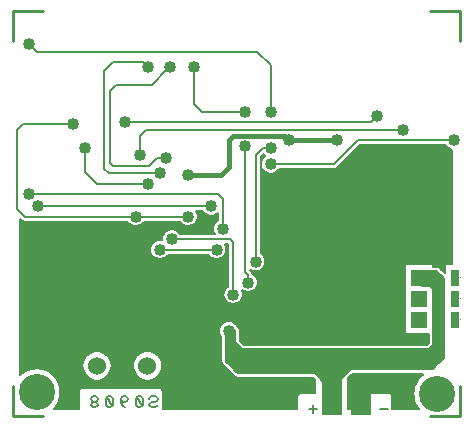
<source format=gbr>
%FSLAX23Y23*%
%MOIN*%
G04 EasyPC Gerber Version 13.0.2 Build 2807 *
%ADD105R,0.00100X0.00100*%
%ADD145R,0.03000X0.05500*%
%ADD104R,0.05500X0.05500*%
%ADD146R,0.07000X0.11000*%
%ADD75C,0.00500*%
%ADD95C,0.00800*%
%ADD92C,0.01000*%
%ADD147C,0.01500*%
%ADD115C,0.04000*%
%ADD110C,0.06000*%
%ADD76C,0.12000*%
X0Y0D02*
D02*
D75*
X17248Y17494D02*
X17260Y17503D01*
X17273Y17510*
X17288Y17515*
X17303Y17516*
X17319Y17514*
X17333Y17510*
X17347Y17502*
X17359Y17493*
X17369Y17481*
X17376Y17467*
X17380Y17453*
X17382Y17437*
X17381Y17422*
X17377Y17407*
X17370Y17394*
X17360Y17381*
X17443*
Y17439*
X17444Y17444*
X17446Y17448*
X17450Y17451*
X17455Y17451*
X17710*
X17715Y17451*
X17719Y17448*
X17722Y17444*
X17723Y17439*
Y17381*
X18172*
Y17422*
X18173Y17426*
X18176Y17430*
X18180Y17433*
X18184Y17434*
X18231*
Y17478*
X18223Y17485*
X17973*
X17967Y17487*
X17962Y17490*
X17922Y17530*
X17919Y17535*
X17918Y17540*
Y17621*
X17914Y17627*
X17911Y17634*
X17910Y17641*
X17912Y17651*
X17916Y17660*
X17922Y17667*
X17930Y17672*
X17940Y17674*
X17949Y17673*
X17958Y17670*
X17966Y17664*
X17972Y17656*
X17976Y17652*
X17979Y17647*
X17980Y17641*
Y17608*
X17993Y17595*
X18604*
X18609Y17600*
Y17630*
X18531*
Y17864*
X18625*
Y17855*
X18635*
X18641Y17854*
X18646Y17851*
X18663Y17834*
Y17864*
X18688*
Y18244*
X18679Y18247*
X18671Y18253*
X18665Y18260*
X18379*
X18304Y18185*
X18299Y18181*
X18293Y18180*
X18111*
X18105Y18173*
X18097Y18167*
X18088Y18164*
X18079Y18164*
X18070Y18167*
X18062Y18172*
X18055Y18179*
X18051Y18187*
X18050Y18196*
X18051Y18205*
X18054Y18212*
X18059Y18219*
X18065Y18224*
X18059Y18229*
X18049Y18220*
Y17899*
X18056Y17894*
X18061Y17888*
X18064Y17880*
X18065Y17871*
X18064Y17862*
X18059Y17853*
X18052Y17845*
X18043Y17841*
X18033Y17839*
X18023Y17840*
X18014Y17845*
Y17843*
X18019Y17838*
X18022Y17834*
X18024Y17830*
X18031Y17824*
X18036Y17818*
X18039Y17810*
X18040Y17801*
X18039Y17792*
X18035Y17784*
X18029Y17777*
X18021Y17772*
X18012Y17769*
X18003Y17769*
X17994Y17772*
X17986Y17777*
X17989Y17770*
X17990Y17761*
X17989Y17752*
X17985Y17744*
X17979Y17737*
X17971Y17732*
X17962Y17729*
X17953*
X17944Y17732*
X17936Y17737*
X17930Y17744*
X17926Y17752*
X17925Y17761*
X17926Y17770*
X17929Y17778*
X17934Y17784*
X17941Y17789*
Y17930*
X17941Y17930*
X17929*
X17934Y17921*
X17935Y17911*
X17934Y17902*
X17930Y17894*
X17924Y17887*
X17916Y17882*
X17907Y17879*
X17897Y17879*
X17888Y17882*
X17881Y17888*
X17875Y17895*
X17741*
X17735Y17888*
X17727Y17882*
X17718Y17879*
X17709Y17879*
X17700Y17882*
X17692Y17887*
X17685Y17894*
X17681Y17902*
X17680Y17911*
X17682Y17921*
X17686Y17930*
X17693Y17937*
X17701Y17942*
X17711Y17944*
X17720Y17943*
X17721Y17953*
X17724Y17962*
X17730Y17970*
X17738Y17975*
X17747Y17979*
X17757Y17979*
X17766Y17976*
X17774Y17971*
X17781Y17963*
X17896*
X17892Y17971*
X17890Y17980*
X17891Y17988*
X17894Y17997*
X17899Y18004*
X17906Y18009*
Y18034*
X17898Y18028*
X17889Y18025*
X17879Y18024*
X17869Y18027*
X17861Y18032*
X17855Y18040*
X17834*
X17839Y18031*
X17840Y18021*
X17839Y18012*
X17835Y18004*
X17829Y17997*
X17821Y17992*
X17812Y17989*
X17802Y17989*
X17793Y17992*
X17786Y17998*
X17780Y18005*
X17661*
X17655Y17997*
X17647Y17992*
X17637Y17989*
X17628*
X17619Y17992*
X17611Y17997*
X17605Y18005*
X17263*
X17256Y18006*
X17251Y18010*
X17248Y18013*
Y17494*
X17454Y17525D02*
X17456Y17536D01*
X17460Y17548*
X17467Y17557*
X17476Y17565*
X17486Y17571*
X17498Y17574*
X17510*
X17521Y17571*
X17532Y17565*
X17541Y17557*
X17548Y17548*
X17552Y17536*
X17553Y17525*
X17552Y17513*
X17548Y17502*
X17541Y17492*
X17532Y17484*
X17521Y17478*
X17510Y17475*
X17498*
X17486Y17478*
X17476Y17484*
X17467Y17492*
X17460Y17502*
X17456Y17513*
X17454Y17525*
X17623D02*
X17624Y17536D01*
X17629Y17548*
X17635Y17557*
X17644Y17565*
X17655Y17571*
X17666Y17574*
X17678*
X17690Y17571*
X17701Y17565*
X17709Y17557*
X17716Y17548*
X17720Y17536*
X17722Y17525*
X17720Y17513*
X17716Y17502*
X17709Y17492*
X17701Y17484*
X17690Y17478*
X17678Y17475*
X17666*
X17655Y17478*
X17644Y17484*
X17635Y17492*
X17629Y17502*
X17624Y17513*
X17623Y17525*
X17361Y17383D02*
X17443D01*
X17723D02*
X18172D01*
X17364Y17386D02*
X17443D01*
X17723D02*
X18172D01*
X17366Y17389D02*
X17443D01*
X17723D02*
X18172D01*
X17368Y17392D02*
X17443D01*
X17723D02*
X18172D01*
X17370Y17395D02*
X17443D01*
X17723D02*
X18172D01*
X17372Y17398D02*
X17443D01*
X17723D02*
X18172D01*
X17374Y17401D02*
X17443D01*
X17723D02*
X18172D01*
X17375Y17404D02*
X17443D01*
X17723D02*
X18172D01*
X17376Y17407D02*
X17443D01*
X17723D02*
X18172D01*
X17378Y17410D02*
X17443D01*
X17723D02*
X18172D01*
X17379Y17413D02*
X17443D01*
X17723D02*
X18172D01*
X17379Y17416D02*
X17443D01*
X17723D02*
X18172D01*
X17380Y17419D02*
X17443D01*
X17723D02*
X18172D01*
X17381Y17422D02*
X17443D01*
X17723D02*
X18172D01*
X17381Y17425D02*
X17443D01*
X17723D02*
X18172D01*
X17382Y17428D02*
X17443D01*
X17723D02*
X18174D01*
X17382Y17431D02*
X17443D01*
X17723D02*
X18176D01*
X17382Y17434D02*
X17443D01*
X17723D02*
X18182D01*
X17382Y17437D02*
X17443D01*
X17723D02*
X18231D01*
X17382Y17440D02*
X17443D01*
X17723D02*
X18231D01*
X17382Y17443D02*
X17443D01*
X17722D02*
X18231D01*
X17382Y17446D02*
X17445D01*
X17721D02*
X18231D01*
X17381Y17449D02*
X17448D01*
X17718D02*
X18231D01*
X17381Y17452D02*
X18231D01*
X17380Y17455D02*
X18231D01*
X17379Y17458D02*
X18231D01*
X17378Y17461D02*
X18231D01*
X17377Y17464D02*
X18231D01*
X17376Y17467D02*
X18231D01*
X17375Y17470D02*
X18231D01*
X17373Y17473D02*
X18231D01*
X17372Y17476D02*
X17495D01*
X17513D02*
X17664D01*
X17681D02*
X18231D01*
X17370Y17479D02*
X17485D01*
X17523D02*
X17653D01*
X17691D02*
X18230D01*
X17368Y17482D02*
X17479D01*
X17529D02*
X17647D01*
X17697D02*
X18227D01*
X17366Y17485D02*
X17474D01*
X17534D02*
X17643D01*
X17702D02*
X18224D01*
X17363Y17488D02*
X17471D01*
X17537D02*
X17639D01*
X17706D02*
X17964D01*
X17361Y17491D02*
X17468D01*
X17540D02*
X17636D01*
X17709D02*
X17961D01*
X17358Y17494D02*
X17465D01*
X17543D02*
X17634D01*
X17711D02*
X17958D01*
X17248Y17497D02*
X17251D01*
X17354D02*
X17463D01*
X17545D02*
X17631D01*
X17713D02*
X17955D01*
X17248Y17500D02*
X17255D01*
X17351D02*
X17461D01*
X17547D02*
X17630D01*
X17715D02*
X17952D01*
X17248Y17503D02*
X17259D01*
X17346D02*
X17459D01*
X17548D02*
X17628D01*
X17717D02*
X17949D01*
X17248Y17506D02*
X17264D01*
X17341D02*
X17458D01*
X17550D02*
X17627D01*
X17718D02*
X17946D01*
X17248Y17509D02*
X17270D01*
X17335D02*
X17457D01*
X17551D02*
X17625D01*
X17719D02*
X17943D01*
X17248Y17512D02*
X17277D01*
X17328D02*
X17456D01*
X17552D02*
X17625D01*
X17720D02*
X17940D01*
X17248Y17515D02*
X17289D01*
X17316D02*
X17455D01*
X17552D02*
X17624D01*
X17721D02*
X17937D01*
X17248Y17518D02*
X17455D01*
X17553D02*
X17623D01*
X17721D02*
X17934D01*
X17248Y17521D02*
X17455D01*
X17553D02*
X17623D01*
X17722D02*
X17931D01*
X17248Y17524D02*
X17454D01*
X17553D02*
X17623D01*
X17722D02*
X17928D01*
X17248Y17527D02*
X17454D01*
X17553D02*
X17623D01*
X17722D02*
X17925D01*
X17248Y17530D02*
X17455D01*
X17553D02*
X17623D01*
X17722D02*
X17922D01*
X17248Y17533D02*
X17455D01*
X17553D02*
X17624D01*
X17721D02*
X17920D01*
X17248Y17536D02*
X17456D01*
X17552D02*
X17624D01*
X17721D02*
X17918D01*
X17248Y17539D02*
X17457D01*
X17551D02*
X17625D01*
X17720D02*
X17918D01*
X17248Y17542D02*
X17458D01*
X17550D02*
X17626D01*
X17719D02*
X17918D01*
X17248Y17545D02*
X17459D01*
X17549D02*
X17627D01*
X17718D02*
X17918D01*
X17248Y17548D02*
X17460D01*
X17548D02*
X17629D01*
X17716D02*
X17918D01*
X17248Y17551D02*
X17462D01*
X17546D02*
X17630D01*
X17714D02*
X17918D01*
X17248Y17554D02*
X17464D01*
X17544D02*
X17633D01*
X17712D02*
X17918D01*
X17248Y17557D02*
X17466D01*
X17541D02*
X17635D01*
X17710D02*
X17918D01*
X17248Y17560D02*
X17469D01*
X17539D02*
X17638D01*
X17707D02*
X17918D01*
X17248Y17563D02*
X17473D01*
X17535D02*
X17641D01*
X17704D02*
X17918D01*
X17248Y17566D02*
X17477D01*
X17531D02*
X17645D01*
X17700D02*
X17918D01*
X17248Y17569D02*
X17482D01*
X17526D02*
X17650D01*
X17694D02*
X17918D01*
X17248Y17572D02*
X17489D01*
X17519D02*
X17658D01*
X17687D02*
X17918D01*
X17248Y17575D02*
X17918D01*
X17248Y17578D02*
X17918D01*
X17248Y17581D02*
X17918D01*
X17248Y17584D02*
X17918D01*
X17248Y17587D02*
X17918D01*
X17248Y17590D02*
X17918D01*
X17248Y17593D02*
X17918D01*
X17248Y17596D02*
X17918D01*
X17992D02*
X18605D01*
X17248Y17599D02*
X17918D01*
X17989D02*
X18608D01*
X17248Y17602D02*
X17918D01*
X17986D02*
X18609D01*
X17248Y17605D02*
X17918D01*
X17983D02*
X18609D01*
X17248Y17608D02*
X17918D01*
X17980D02*
X18609D01*
X17248Y17611D02*
X17918D01*
X17980D02*
X18609D01*
X17248Y17614D02*
X17918D01*
X17980D02*
X18609D01*
X17248Y17617D02*
X17918D01*
X17980D02*
X18609D01*
X17248Y17620D02*
X17918D01*
X17980D02*
X18609D01*
X17248Y17623D02*
X17916D01*
X17980D02*
X18609D01*
X17248Y17626D02*
X17914D01*
X17980D02*
X18609D01*
X17248Y17629D02*
X17913D01*
X17980D02*
X18609D01*
X17248Y17632D02*
X17912D01*
X17980D02*
X18531D01*
X17248Y17635D02*
X17911D01*
X17980D02*
X18531D01*
X17248Y17638D02*
X17910D01*
X17980D02*
X18531D01*
X17248Y17641D02*
X17910D01*
X17980D02*
X18531D01*
X17248Y17644D02*
X17910D01*
X17980D02*
X18531D01*
X17248Y17647D02*
X17911D01*
X17979D02*
X18531D01*
X17248Y17650D02*
X17911D01*
X17978D02*
X18531D01*
X17248Y17653D02*
X17912D01*
X17975D02*
X18531D01*
X17248Y17656D02*
X17913D01*
X17972D02*
X18531D01*
X17248Y17659D02*
X17915D01*
X17970D02*
X18531D01*
X17248Y17662D02*
X17917D01*
X17968D02*
X18531D01*
X17248Y17665D02*
X17920D01*
X17965D02*
X18531D01*
X17248Y17668D02*
X17924D01*
X17962D02*
X18531D01*
X17248Y17671D02*
X17929D01*
X17956D02*
X18531D01*
X17248Y17674D02*
X17940D01*
X17945D02*
X18531D01*
X17248Y17677D02*
X18531D01*
X17248Y17680D02*
X18531D01*
X17248Y17683D02*
X18531D01*
X17248Y17686D02*
X18531D01*
X17248Y17689D02*
X18531D01*
X17248Y17692D02*
X18531D01*
X17248Y17695D02*
X18531D01*
X17248Y17698D02*
X18531D01*
X17248Y17701D02*
X18531D01*
X17248Y17704D02*
X18531D01*
X17248Y17707D02*
X18531D01*
X17248Y17710D02*
X18531D01*
X17248Y17713D02*
X18531D01*
X17248Y17716D02*
X18531D01*
X17248Y17719D02*
X18531D01*
X17248Y17722D02*
X18531D01*
X17248Y17725D02*
X18531D01*
X17248Y17728D02*
X18531D01*
X17248Y17731D02*
X17947D01*
X17969D02*
X18531D01*
X17248Y17734D02*
X17940D01*
X17975D02*
X18531D01*
X17248Y17737D02*
X17936D01*
X17979D02*
X18531D01*
X17248Y17740D02*
X17933D01*
X17982D02*
X18531D01*
X17248Y17743D02*
X17931D01*
X17984D02*
X18531D01*
X17248Y17746D02*
X17929D01*
X17986D02*
X18531D01*
X17248Y17749D02*
X17928D01*
X17988D02*
X18531D01*
X17248Y17752D02*
X17927D01*
X17989D02*
X18531D01*
X17248Y17755D02*
X17926D01*
X17989D02*
X18531D01*
X17248Y17758D02*
X17925D01*
X17990D02*
X18531D01*
X17248Y17761D02*
X17925D01*
X17990D02*
X18531D01*
X17248Y17764D02*
X17925D01*
X17990D02*
X18531D01*
X17248Y17767D02*
X17926D01*
X17990D02*
X18531D01*
X17248Y17770D02*
X17926D01*
X17989D02*
X18000D01*
X18015D02*
X18531D01*
X17248Y17773D02*
X17927D01*
X17988D02*
X17992D01*
X18023D02*
X18531D01*
X17248Y17776D02*
X17928D01*
X17987D02*
X17988D01*
X18028D02*
X18531D01*
X17248Y17779D02*
X17930D01*
X18031D02*
X18531D01*
X17248Y17782D02*
X17932D01*
X18034D02*
X18531D01*
X17248Y17785D02*
X17935D01*
X18036D02*
X18531D01*
X17248Y17788D02*
X17939D01*
X18037D02*
X18531D01*
X17248Y17791D02*
X17941D01*
X18038D02*
X18531D01*
X17248Y17794D02*
X17941D01*
X18039D02*
X18531D01*
X17248Y17797D02*
X17941D01*
X18040D02*
X18531D01*
X17248Y17800D02*
X17941D01*
X18040D02*
X18531D01*
X17248Y17803D02*
X17941D01*
X18040D02*
X18531D01*
X17248Y17806D02*
X17941D01*
X18040D02*
X18531D01*
X17248Y17809D02*
X17941D01*
X18039D02*
X18531D01*
X17248Y17812D02*
X17941D01*
X18038D02*
X18531D01*
X17248Y17815D02*
X17941D01*
X18037D02*
X18531D01*
X17248Y17818D02*
X17941D01*
X18036D02*
X18531D01*
X17248Y17821D02*
X17941D01*
X18034D02*
X18531D01*
X17248Y17824D02*
X17941D01*
X18031D02*
X18531D01*
X17248Y17827D02*
X17941D01*
X18028D02*
X18531D01*
X17248Y17830D02*
X17941D01*
X18024D02*
X18531D01*
X17248Y17833D02*
X17941D01*
X18023D02*
X18531D01*
X17248Y17836D02*
X17941D01*
X18021D02*
X18531D01*
X18661D02*
X18663D01*
X17248Y17839D02*
X17941D01*
X18019D02*
X18531D01*
X18658D02*
X18663D01*
X17248Y17842D02*
X17941D01*
X18016D02*
X18019D01*
X18046D02*
X18531D01*
X18655D02*
X18663D01*
X17248Y17845D02*
X17941D01*
X18051D02*
X18531D01*
X18652D02*
X18663D01*
X17248Y17848D02*
X17941D01*
X18055D02*
X18531D01*
X18649D02*
X18663D01*
X17248Y17851D02*
X17941D01*
X18058D02*
X18531D01*
X18646D02*
X18663D01*
X17248Y17854D02*
X17941D01*
X18060D02*
X18531D01*
X18641D02*
X18663D01*
X17248Y17857D02*
X17941D01*
X18062D02*
X18531D01*
X18625D02*
X18663D01*
X17248Y17860D02*
X17941D01*
X18063D02*
X18531D01*
X18625D02*
X18663D01*
X17248Y17863D02*
X17941D01*
X18064D02*
X18531D01*
X18625D02*
X18663D01*
X17248Y17866D02*
X17941D01*
X18065D02*
X18688D01*
X17248Y17869D02*
X17941D01*
X18065D02*
X18688D01*
X17248Y17872D02*
X17941D01*
X18065D02*
X18688D01*
X17248Y17875D02*
X17941D01*
X18065D02*
X18688D01*
X17248Y17878D02*
X17941D01*
X18064D02*
X18688D01*
X17248Y17881D02*
X17702D01*
X17724D02*
X17892D01*
X17914D02*
X17941D01*
X18064D02*
X18688D01*
X17248Y17884D02*
X17695D01*
X17730D02*
X17885D01*
X17920D02*
X17941D01*
X18063D02*
X18688D01*
X17248Y17887D02*
X17691D01*
X17734D02*
X17881D01*
X17924D02*
X17941D01*
X18061D02*
X18688D01*
X17248Y17890D02*
X17688D01*
X17737D02*
X17878D01*
X17927D02*
X17941D01*
X18059D02*
X18688D01*
X17248Y17893D02*
X17686D01*
X17739D02*
X17876D01*
X17929D02*
X17941D01*
X18057D02*
X18688D01*
X17248Y17896D02*
X17684D01*
X17931D02*
X17941D01*
X18054D02*
X18688D01*
X17248Y17899D02*
X17683D01*
X17933D02*
X17941D01*
X18050D02*
X18688D01*
X17248Y17902D02*
X17682D01*
X17934D02*
X17941D01*
X18049D02*
X18688D01*
X17248Y17905D02*
X17681D01*
X17934D02*
X17941D01*
X18049D02*
X18688D01*
X17248Y17908D02*
X17680D01*
X17935D02*
X17941D01*
X18049D02*
X18688D01*
X17248Y17911D02*
X17680D01*
X17935D02*
X17941D01*
X18049D02*
X18688D01*
X17248Y17914D02*
X17680D01*
X17935D02*
X17941D01*
X18049D02*
X18688D01*
X17248Y17917D02*
X17681D01*
X17935D02*
X17941D01*
X18049D02*
X18688D01*
X17248Y17920D02*
X17681D01*
X17934D02*
X17941D01*
X18049D02*
X18688D01*
X17248Y17923D02*
X17682D01*
X17933D02*
X17941D01*
X18049D02*
X18688D01*
X17248Y17926D02*
X17683D01*
X17932D02*
X17941D01*
X18049D02*
X18688D01*
X17248Y17929D02*
X17685D01*
X17930D02*
X17941D01*
X18049D02*
X18688D01*
X17248Y17932D02*
X17687D01*
X18049D02*
X18688D01*
X17248Y17935D02*
X17690D01*
X18049D02*
X18688D01*
X17248Y17938D02*
X17694D01*
X18049D02*
X18688D01*
X17248Y17941D02*
X17699D01*
X18049D02*
X18688D01*
X17248Y17944D02*
X17710D01*
X17715D02*
X17720D01*
X18049D02*
X18688D01*
X17248Y17947D02*
X17720D01*
X18049D02*
X18688D01*
X17248Y17950D02*
X17720D01*
X18049D02*
X18688D01*
X17248Y17953D02*
X17721D01*
X18049D02*
X18688D01*
X17248Y17956D02*
X17722D01*
X18049D02*
X18688D01*
X17248Y17959D02*
X17723D01*
X18049D02*
X18688D01*
X17248Y17962D02*
X17724D01*
X18049D02*
X18688D01*
X17248Y17965D02*
X17726D01*
X17779D02*
X17895D01*
X18049D02*
X18688D01*
X17248Y17968D02*
X17728D01*
X17777D02*
X17893D01*
X18049D02*
X18688D01*
X17248Y17971D02*
X17731D01*
X17774D02*
X17892D01*
X18049D02*
X18688D01*
X17248Y17974D02*
X17735D01*
X17770D02*
X17891D01*
X18049D02*
X18688D01*
X17248Y17977D02*
X17741D01*
X17764D02*
X17890D01*
X18049D02*
X18688D01*
X17248Y17980D02*
X17890D01*
X18049D02*
X18688D01*
X17248Y17983D02*
X17890D01*
X18049D02*
X18688D01*
X17248Y17986D02*
X17890D01*
X18049D02*
X18688D01*
X17248Y17989D02*
X17891D01*
X18049D02*
X18688D01*
X17248Y17992D02*
X17619D01*
X17646D02*
X17794D01*
X17821D02*
X17892D01*
X18049D02*
X18688D01*
X17248Y17995D02*
X17614D01*
X17651D02*
X17789D01*
X17826D02*
X17893D01*
X18049D02*
X18688D01*
X17248Y17998D02*
X17610D01*
X17655D02*
X17785D01*
X17830D02*
X17895D01*
X18049D02*
X18688D01*
X17248Y18001D02*
X17607D01*
X17658D02*
X17782D01*
X17833D02*
X17897D01*
X18049D02*
X18688D01*
X17248Y18004D02*
X17605D01*
X17660D02*
X17780D01*
X17835D02*
X17899D01*
X18049D02*
X18688D01*
X17248Y18007D02*
X17255D01*
X17837D02*
X17902D01*
X18049D02*
X18688D01*
X17248Y18010D02*
X17251D01*
X17838D02*
X17906D01*
X18049D02*
X18688D01*
X17248Y18013D02*
X17248D01*
X17839D02*
X17906D01*
X18049D02*
X18688D01*
X17840Y18016D02*
X17906D01*
X18049D02*
X18688D01*
X17840Y18019D02*
X17906D01*
X18049D02*
X18688D01*
X17840Y18022D02*
X17906D01*
X18049D02*
X18688D01*
X17840Y18025D02*
X17875D01*
X17890D02*
X17906D01*
X18049D02*
X18688D01*
X17839Y18028D02*
X17867D01*
X17898D02*
X17906D01*
X18049D02*
X18688D01*
X17839Y18031D02*
X17863D01*
X17903D02*
X17906D01*
X18049D02*
X18688D01*
X17838Y18034D02*
X17859D01*
X17906D02*
X17906D01*
X18049D02*
X18688D01*
X17836Y18037D02*
X17857D01*
X18049D02*
X18688D01*
X17834Y18040D02*
X17855D01*
X18049D02*
X18688D01*
X18049Y18043D02*
X18688D01*
X18049Y18046D02*
X18688D01*
X18049Y18049D02*
X18688D01*
X18049Y18052D02*
X18688D01*
X18049Y18055D02*
X18688D01*
X18049Y18058D02*
X18688D01*
X18049Y18061D02*
X18688D01*
X18049Y18064D02*
X18688D01*
X18049Y18067D02*
X18688D01*
X18049Y18070D02*
X18688D01*
X18049Y18073D02*
X18688D01*
X18049Y18076D02*
X18688D01*
X18049Y18079D02*
X18688D01*
X18049Y18082D02*
X18688D01*
X18049Y18085D02*
X18688D01*
X18049Y18088D02*
X18688D01*
X18049Y18091D02*
X18688D01*
X18049Y18094D02*
X18688D01*
X18049Y18097D02*
X18688D01*
X18049Y18100D02*
X18688D01*
X18049Y18103D02*
X18688D01*
X18049Y18106D02*
X18688D01*
X18049Y18109D02*
X18688D01*
X18049Y18112D02*
X18688D01*
X18049Y18115D02*
X18688D01*
X18049Y18118D02*
X18688D01*
X18049Y18121D02*
X18688D01*
X18049Y18124D02*
X18688D01*
X18049Y18127D02*
X18688D01*
X18049Y18130D02*
X18688D01*
X18049Y18133D02*
X18688D01*
X18049Y18136D02*
X18688D01*
X18049Y18139D02*
X18688D01*
X18049Y18142D02*
X18688D01*
X18049Y18145D02*
X18688D01*
X18049Y18148D02*
X18688D01*
X18049Y18151D02*
X18688D01*
X18049Y18154D02*
X18688D01*
X18049Y18157D02*
X18688D01*
X18049Y18160D02*
X18688D01*
X18049Y18163D02*
X18688D01*
X18049Y18166D02*
X18072D01*
X18094D02*
X18688D01*
X18049Y18169D02*
X18065D01*
X18100D02*
X18688D01*
X18049Y18172D02*
X18061D01*
X18104D02*
X18688D01*
X18049Y18175D02*
X18058D01*
X18107D02*
X18688D01*
X18049Y18178D02*
X18056D01*
X18109D02*
X18688D01*
X18049Y18181D02*
X18054D01*
X18298D02*
X18688D01*
X18049Y18184D02*
X18053D01*
X18303D02*
X18688D01*
X18049Y18187D02*
X18052D01*
X18306D02*
X18688D01*
X18049Y18190D02*
X18051D01*
X18309D02*
X18688D01*
X18049Y18193D02*
X18050D01*
X18312D02*
X18688D01*
X18049Y18196D02*
X18050D01*
X18315D02*
X18688D01*
X18049Y18199D02*
X18050D01*
X18318D02*
X18688D01*
X18049Y18202D02*
X18051D01*
X18321D02*
X18688D01*
X18049Y18205D02*
X18051D01*
X18324D02*
X18688D01*
X18049Y18208D02*
X18052D01*
X18327D02*
X18688D01*
X18049Y18211D02*
X18053D01*
X18330D02*
X18688D01*
X18049Y18214D02*
X18055D01*
X18333D02*
X18688D01*
X18049Y18217D02*
X18057D01*
X18336D02*
X18688D01*
X18049Y18220D02*
X18060D01*
X18339D02*
X18688D01*
X18052Y18223D02*
X18064D01*
X18342D02*
X18688D01*
X18055Y18226D02*
X18063D01*
X18345D02*
X18688D01*
X18058Y18229D02*
X18059D01*
X18348D02*
X18688D01*
X18351Y18232D02*
X18688D01*
X18354Y18235D02*
X18688D01*
X18357Y18238D02*
X18688D01*
X18360Y18241D02*
X18688D01*
X18363Y18244D02*
X18688D01*
X18366Y18247D02*
X18679D01*
X18369Y18250D02*
X18674D01*
X18372Y18253D02*
X18670D01*
X18375Y18256D02*
X18667D01*
X18378Y18259D02*
X18665D01*
X17708Y17395D02*
X17705Y17389D01*
X17698Y17386*
X17686*
X17680Y17389*
X17676Y17395*
X17680Y17401*
X17686Y17405*
X17698*
X17705Y17408*
X17708Y17414*
X17705Y17420*
X17698Y17423*
X17686*
X17680Y17420*
X17676Y17414*
X17655Y17389D02*
X17648Y17386D01*
X17642*
X17636Y17389*
X17633Y17395*
Y17414*
X17636Y17420*
X17642Y17423*
X17648*
X17655Y17420*
X17658Y17414*
Y17395*
X17655Y17389*
X17636Y17420*
X17598Y17386D02*
X17592Y17389D01*
X17586Y17395*
X17583Y17405*
Y17414*
X17586Y17420*
X17592Y17423*
X17598*
X17605Y17420*
X17608Y17414*
X17605Y17408*
X17598Y17405*
X17592*
X17586Y17408*
X17583Y17414*
X17555Y17389D02*
X17548Y17386D01*
X17542*
X17536Y17389*
X17533Y17395*
Y17414*
X17536Y17420*
X17542Y17423*
X17548*
X17555Y17420*
X17558Y17414*
Y17395*
X17555Y17389*
X17536Y17420*
X17498Y17405D02*
X17492D01*
X17486Y17408*
X17483Y17414*
X17486Y17420*
X17492Y17423*
X17498*
X17505Y17420*
X17508Y17414*
X17505Y17408*
X17498Y17405*
X17505Y17401*
X17508Y17395*
X17505Y17389*
X17498Y17386*
X17492*
X17486Y17389*
X17483Y17395*
X17486Y17401*
X17492Y17405*
X17933Y17646D02*
Y17540D01*
X17973Y17500*
X18230*
X18256Y17474*
Y17423*
X18268Y17411*
X18308*
X18316Y17418*
Y17479*
X18348Y17512*
X18620*
X18659Y17550*
Y17816*
X18635Y17840*
X18580*
X18574Y17834*
Y17802*
X18587Y17790*
X18615*
X18624Y17781*
Y17594*
X18610Y17580*
X17986*
X17965Y17602*
Y17641*
X17960Y17646*
X17933*
X18266Y17412D02*
X18310D01*
X18263Y17415D02*
X18313D01*
X18260Y17418D02*
X18316D01*
X18257Y17421D02*
X18316D01*
X18256Y17424D02*
X18316D01*
X18256Y17427D02*
X18316D01*
X18256Y17430D02*
X18316D01*
X18256Y17433D02*
X18316D01*
X18256Y17436D02*
X18316D01*
X18256Y17439D02*
X18316D01*
X18256Y17442D02*
X18316D01*
X18256Y17445D02*
X18316D01*
X18256Y17448D02*
X18316D01*
X18256Y17451D02*
X18316D01*
X18256Y17454D02*
X18316D01*
X18256Y17457D02*
X18316D01*
X18256Y17460D02*
X18316D01*
X18256Y17463D02*
X18316D01*
X18256Y17466D02*
X18316D01*
X18256Y17469D02*
X18316D01*
X18256Y17472D02*
X18316D01*
X18255Y17475D02*
X18316D01*
X18252Y17478D02*
X18316D01*
X18249Y17481D02*
X18318D01*
X18246Y17484D02*
X18321D01*
X18243Y17487D02*
X18324D01*
X18240Y17490D02*
X18327D01*
X18237Y17493D02*
X18330D01*
X18234Y17496D02*
X18333D01*
X18231Y17499D02*
X18336D01*
X17971Y17502D02*
X18339D01*
X17968Y17505D02*
X18342D01*
X17965Y17508D02*
X18345D01*
X17962Y17511D02*
X18348D01*
X17959Y17514D02*
X18623D01*
X17956Y17517D02*
X18626D01*
X17953Y17520D02*
X18629D01*
X17950Y17523D02*
X18632D01*
X17947Y17526D02*
X18635D01*
X17944Y17529D02*
X18638D01*
X17941Y17532D02*
X18641D01*
X17938Y17535D02*
X18644D01*
X17935Y17538D02*
X18647D01*
X17933Y17541D02*
X18650D01*
X17933Y17544D02*
X18653D01*
X17933Y17547D02*
X18656D01*
X17933Y17550D02*
X18659D01*
X17933Y17553D02*
X18659D01*
X17933Y17556D02*
X18659D01*
X17933Y17559D02*
X18659D01*
X17933Y17562D02*
X18659D01*
X17933Y17565D02*
X18659D01*
X17933Y17568D02*
X18659D01*
X17933Y17571D02*
X18659D01*
X17933Y17574D02*
X18659D01*
X17933Y17577D02*
X18659D01*
X17933Y17580D02*
X17986D01*
X18610D02*
X18659D01*
X17933Y17583D02*
X17983D01*
X18613D02*
X18659D01*
X17933Y17586D02*
X17980D01*
X18616D02*
X18659D01*
X17933Y17589D02*
X17977D01*
X18619D02*
X18659D01*
X17933Y17592D02*
X17974D01*
X18622D02*
X18659D01*
X17933Y17595D02*
X17971D01*
X18624D02*
X18659D01*
X17933Y17598D02*
X17968D01*
X18624D02*
X18659D01*
X17933Y17601D02*
X17965D01*
X18624D02*
X18659D01*
X17933Y17604D02*
X17965D01*
X18624D02*
X18659D01*
X17933Y17607D02*
X17965D01*
X18624D02*
X18659D01*
X17933Y17610D02*
X17965D01*
X18624D02*
X18659D01*
X17933Y17613D02*
X17965D01*
X18624D02*
X18659D01*
X17933Y17616D02*
X17965D01*
X18624D02*
X18659D01*
X17933Y17619D02*
X17965D01*
X18624D02*
X18659D01*
X17933Y17622D02*
X17965D01*
X18624D02*
X18659D01*
X17933Y17625D02*
X17965D01*
X18624D02*
X18659D01*
X17933Y17628D02*
X17965D01*
X18624D02*
X18659D01*
X17933Y17631D02*
X17965D01*
X18624D02*
X18659D01*
X17933Y17634D02*
X17965D01*
X18624D02*
X18659D01*
X17933Y17637D02*
X17965D01*
X18624D02*
X18659D01*
X17933Y17640D02*
X17965D01*
X18624D02*
X18659D01*
X17933Y17643D02*
X17963D01*
X18624D02*
X18659D01*
X18624Y17646D02*
X18659D01*
X18624Y17649D02*
X18659D01*
X18624Y17652D02*
X18659D01*
X18624Y17655D02*
X18659D01*
X18624Y17658D02*
X18659D01*
X18624Y17661D02*
X18659D01*
X18624Y17664D02*
X18659D01*
X18624Y17667D02*
X18659D01*
X18624Y17670D02*
X18659D01*
X18624Y17673D02*
X18659D01*
X18624Y17676D02*
X18659D01*
X18624Y17679D02*
X18659D01*
X18624Y17682D02*
X18659D01*
X18624Y17685D02*
X18659D01*
X18624Y17688D02*
X18659D01*
X18624Y17691D02*
X18659D01*
X18624Y17694D02*
X18659D01*
X18624Y17697D02*
X18659D01*
X18624Y17700D02*
X18659D01*
X18624Y17703D02*
X18659D01*
X18624Y17706D02*
X18659D01*
X18624Y17709D02*
X18659D01*
X18624Y17712D02*
X18659D01*
X18624Y17715D02*
X18659D01*
X18624Y17718D02*
X18659D01*
X18624Y17721D02*
X18659D01*
X18624Y17724D02*
X18659D01*
X18624Y17727D02*
X18659D01*
X18624Y17730D02*
X18659D01*
X18624Y17733D02*
X18659D01*
X18624Y17736D02*
X18659D01*
X18624Y17739D02*
X18659D01*
X18624Y17742D02*
X18659D01*
X18624Y17745D02*
X18659D01*
X18624Y17748D02*
X18659D01*
X18624Y17751D02*
X18659D01*
X18624Y17754D02*
X18659D01*
X18624Y17757D02*
X18659D01*
X18624Y17760D02*
X18659D01*
X18624Y17763D02*
X18659D01*
X18624Y17766D02*
X18659D01*
X18624Y17769D02*
X18659D01*
X18624Y17772D02*
X18659D01*
X18624Y17775D02*
X18659D01*
X18624Y17778D02*
X18659D01*
X18624Y17781D02*
X18659D01*
X18621Y17784D02*
X18659D01*
X18618Y17787D02*
X18659D01*
X18586Y17790D02*
X18659D01*
X18583Y17793D02*
X18659D01*
X18580Y17796D02*
X18659D01*
X18577Y17799D02*
X18659D01*
X18574Y17802D02*
X18659D01*
X18574Y17805D02*
X18659D01*
X18574Y17808D02*
X18659D01*
X18574Y17811D02*
X18659D01*
X18574Y17814D02*
X18659D01*
X18574Y17817D02*
X18658D01*
X18574Y17820D02*
X18655D01*
X18574Y17823D02*
X18652D01*
X18574Y17826D02*
X18649D01*
X18574Y17829D02*
X18646D01*
X18574Y17832D02*
X18643D01*
X18576Y17835D02*
X18640D01*
X18579Y17838D02*
X18637D01*
X18237Y17381D02*
X18212D01*
X18224Y17368D02*
Y17393D01*
X18340Y17381D02*
X18408D01*
Y17422*
X18409Y17426*
X18411Y17430*
X18416Y17433*
X18420Y17434*
X18475*
X18480Y17433*
X18484Y17430*
X18487Y17426*
X18488Y17422*
Y17381*
X18576*
X18568Y17394*
X18562Y17407*
X18559Y17421*
X18558Y17435*
X18560Y17450*
X18565Y17463*
X18572Y17476*
X18581Y17487*
X18592Y17497*
X18354*
X18340Y17482*
Y17381*
X18408*
X18488D02*
X18576D01*
X18340Y17384D02*
X18408D01*
X18488D02*
X18574D01*
X18340Y17387D02*
X18408D01*
X18488D02*
X18571D01*
X18340Y17390D02*
X18408D01*
X18488D02*
X18570D01*
X18340Y17393D02*
X18408D01*
X18488D02*
X18568D01*
X18340Y17396D02*
X18408D01*
X18488D02*
X18566D01*
X18340Y17399D02*
X18408D01*
X18488D02*
X18565D01*
X18340Y17402D02*
X18408D01*
X18488D02*
X18564D01*
X18340Y17405D02*
X18408D01*
X18488D02*
X18563D01*
X18340Y17408D02*
X18408D01*
X18488D02*
X18562D01*
X18340Y17411D02*
X18408D01*
X18488D02*
X18561D01*
X18340Y17414D02*
X18408D01*
X18488D02*
X18560D01*
X18340Y17417D02*
X18408D01*
X18488D02*
X18559D01*
X18340Y17420D02*
X18408D01*
X18488D02*
X18559D01*
X18340Y17423D02*
X18408D01*
X18488D02*
X18559D01*
X18340Y17426D02*
X18409D01*
X18487D02*
X18558D01*
X18340Y17429D02*
X18411D01*
X18485D02*
X18558D01*
X18340Y17432D02*
X18414D01*
X18482D02*
X18558D01*
X18340Y17435D02*
X18558D01*
X18340Y17438D02*
X18558D01*
X18340Y17441D02*
X18559D01*
X18340Y17444D02*
X18559D01*
X18340Y17447D02*
X18560D01*
X18340Y17450D02*
X18560D01*
X18340Y17453D02*
X18561D01*
X18340Y17456D02*
X18562D01*
X18340Y17459D02*
X18563D01*
X18340Y17462D02*
X18564D01*
X18340Y17465D02*
X18566D01*
X18340Y17468D02*
X18567D01*
X18340Y17471D02*
X18569D01*
X18340Y17474D02*
X18571D01*
X18340Y17477D02*
X18573D01*
X18340Y17480D02*
X18575D01*
X18341Y17483D02*
X18577D01*
X18344Y17486D02*
X18580D01*
X18347Y17489D02*
X18583D01*
X18350Y17492D02*
X18587D01*
X18353Y17495D02*
X18590D01*
X18473Y17381D02*
X18448D01*
D02*
D76*
X17303Y17436D03*
X18638Y17431D03*
D02*
D92*
X17223Y18606D02*
Y18706D01*
X17323Y18706*
Y17356D02*
X17223D01*
X17223Y17456*
X18613Y18706D02*
X18713D01*
X18713Y18606*
Y17456D02*
Y17356D01*
X18613Y17356*
D02*
D95*
X17322Y18056D02*
X17869D01*
X17612Y18336D02*
X18418D01*
X18428Y18347*
X17619Y18021D02*
X17263D01*
X17238Y18046*
Y18311*
X17258Y18331*
X17409*
X17659Y18131D02*
X17503D01*
X17463Y18171*
Y18237*
X17699Y18166D02*
X17543D01*
X17528Y18181*
Y18506*
X17558Y18536*
X17658*
X17663Y18531*
X17719Y18216D02*
X17703D01*
X17678Y18191*
X17558*
X17548Y18201*
Y18441*
X17568Y18461*
X17688*
X17738Y18512*
X17794Y18021D02*
X17647D01*
X17889Y17911D02*
X17727D01*
X17923Y17995D02*
Y18081D01*
X17908Y18096*
X17292*
X17958Y17775D02*
Y17936D01*
X17948Y17946*
X17767*
X17984Y18371D02*
X17853D01*
X17828Y18396*
Y18507*
X18008Y17815D02*
Y17826D01*
X17998Y17836*
Y18242*
X18033Y17885D02*
Y18226D01*
X18058Y18251*
X18069*
X18083Y18385D02*
Y18526D01*
X18038Y18571*
X17303*
X17288Y18587*
X18283Y17500D02*
Y17546D01*
X18598*
X18633Y17581*
Y17801*
X18618Y17816*
X18598*
X18597Y17816*
X18283Y17500D02*
Y17546D01*
X17963*
X17943Y17566*
Y17627*
X18286Y17415D02*
Y17473D01*
X18384Y17451D02*
X18385Y17415D01*
X18455Y18212D02*
Y18125D01*
X18509Y18311D02*
X17668D01*
X17648Y18291*
Y18240*
X18679Y18276D02*
X18373D01*
X18293Y18196*
X18097*
D02*
D104*
X18578Y17677D03*
Y17747D03*
Y17817D03*
D02*
D105*
X18718Y17677D03*
Y17747D03*
Y17817D03*
D02*
D110*
X17504Y17525D03*
X17672D03*
D02*
D115*
X17278Y18096D03*
Y18596D03*
X17308Y18056D03*
X17423Y18331D03*
X17463Y18251D03*
X17598Y18336D03*
X17633Y18021D03*
X17648Y18226D03*
X17673Y18131D03*
Y18521D03*
X17713Y17911D03*
Y18166D03*
X17733Y18216D03*
X17748Y18521D03*
X17753Y17946D03*
X17808Y18021D03*
Y18161D03*
X17828Y18521D03*
X17883Y18056D03*
X17903Y17911D03*
X17923Y17981D03*
X17943Y17641D03*
X17958Y17761D03*
X17998Y18256D03*
Y18371D03*
X18008Y17801D03*
X18033Y17871D03*
X18083Y18196D03*
Y18251D03*
Y18371D03*
X18143Y18276D03*
X18283Y17486D03*
X18303Y18276D03*
X18384Y17465D03*
X18438Y18356D03*
X18453Y18111D03*
X18455Y18226D03*
X18523Y18311D03*
X18693Y18276D03*
D02*
D145*
X18697Y17817D03*
X18698Y17676D03*
X18698Y17747D03*
D02*
D146*
X18286Y17415D03*
X18385D03*
D02*
D147*
X17825Y18161D02*
X17918D01*
X17943Y18186*
Y18276*
X17958Y18291*
X18128*
X18130Y18289*
X18285Y18276D02*
X18160D01*
X0Y0D02*
M02*

</source>
